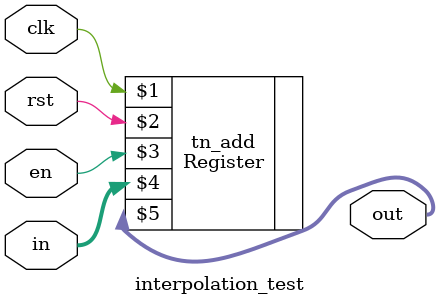
<source format=v>
module interpolation_test(
    input en,clk,rst,
    input [15:0] in,

    output [15:0] out
);


Register #(.WORD_SIZE(16)) tn_add      (clk, rst, en, in, out);

endmodule // interpolation_test
</source>
